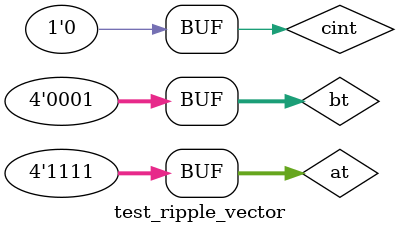
<source format=v>
module test_ripple_vector;

 reg [3:0]at;
 reg [3:0]bt;
 reg cint;

 wire [3:0]st;
 wire coutt;

  rippleadder rl( .a0(at),.a1(at),.a2(at),.a3(at),
                  .b0(bt),.b1(bt),.b2(bt),.b3(bt),
					   .s0(st),.s1(st),.s2(st),.s3(st),
					   .cin0(coutt),
					   .cout(cint)
					 );

 initial 
  begin
	at= 4'b0001; bt=4'b1111; cint=0;
	 #10
	at= 4'b00011; bt=4'b0111; cint=0;
	 #10
	at= 4'b0111; bt=4'b0011; cint=0;
	 #10
	at= 4'b1111; bt=4'b0001; cint=0;
				  
   end
   endmodule
					 
					 
</source>
